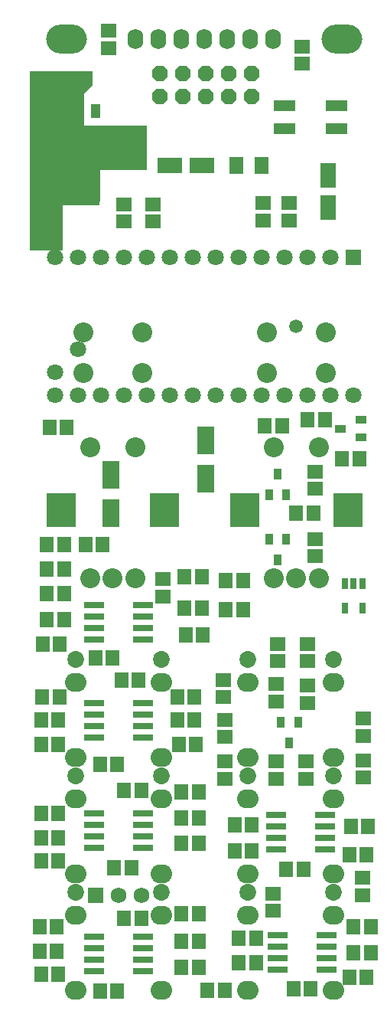
<source format=gts>
G04 DipTrace 4.1.3.1*
G04 uTemp1.2.GTS*
%MOIN*%
G04 #@! TF.FileFunction,Soldermask,Top*
G04 #@! TF.Part,Single*
%AMOUTLINE0*
4,1,4,
-0.019685,-0.031496,
0.019685,-0.031496,
0.019685,0.031496,
-0.019685,0.031496,
-0.019685,-0.031496,
0*%
%AMOUTLINE1*
4,1,4,
-0.106299,-0.122047,
0.106299,-0.122047,
0.106299,0.122047,
-0.106299,0.122047,
-0.106299,-0.122047,
0*%
%AMOUTLINE2*
4,1,8,
-0.034184,0.014159,
-0.014159,0.034184,
0.014159,0.034184,
0.034184,0.014159,
0.034184,-0.014159,
0.014159,-0.034184,
-0.014159,-0.034184,
-0.034184,-0.014159,
-0.034184,0.014159,
0*%
%AMOUTLINE3*
4,1,4,
-0.031496,-0.035492,
0.031496,-0.035492,
0.031496,0.035492,
-0.031496,0.035492,
-0.031496,-0.035492,
0*%
%ADD44C,0.059055*%
%ADD58O,0.177291X0.12611*%
%ADD62R,0.049339X0.033591*%
%ADD64R,0.031622X0.051307*%
%ADD66O,0.068X0.088*%
%ADD68R,0.08674X0.031622*%
%ADD70C,0.070992*%
%ADD72R,0.070992X0.070992*%
%ADD74R,0.033591X0.049339*%
%ADD76C,0.068*%
%ADD77R,0.068X0.068*%
%ADD79R,0.12611X0.145795*%
%ADD81C,0.08674*%
%ADD83R,0.094614X0.04737*%
%ADD85C,0.073*%
%ADD87O,0.093X0.083*%
%ADD89R,0.108394X0.070992*%
%ADD91R,0.067055X0.059181*%
%ADD93R,0.070992X0.108394*%
%ADD95R,0.059181X0.067055*%
%ADD97R,0.072961X0.120205*%
%ADD104OUTLINE0*%
%ADD105OUTLINE1*%
%ADD106OUTLINE2*%
%ADD107OUTLINE3*%
%FSLAX26Y26*%
G04*
G70*
G90*
G75*
G01*
G04 TopMask*
%LPD*%
D97*
X1173412Y2681589D3*
Y2846943D3*
X760912Y2696943D3*
Y2531589D3*
D95*
X535912Y1962839D3*
X461109D3*
X1160912Y2000339D3*
X1086109D3*
X1335716Y2237839D3*
X1260913D3*
X1523510Y981490D3*
X1598313D3*
D93*
X1704662Y3862839D3*
Y4000635D3*
D95*
X1642162Y2531589D3*
X1567359D3*
X1554662Y462839D3*
X1629465D3*
D91*
X985912Y2169089D3*
Y2243892D3*
D95*
X773413Y987839D3*
X848216D3*
X817162Y1325339D3*
X891965D3*
X817261Y768990D3*
X892064D3*
X1617263Y2937738D3*
X1692067D3*
X711010Y450241D3*
X785813D3*
X804761Y1806490D3*
X879564D3*
X711010Y1437741D3*
X785813D3*
X648609Y2394089D3*
X723412D3*
X766965Y1900339D3*
X692162D3*
D91*
X1860912Y1562839D3*
Y1637642D3*
D89*
X1017162Y4044089D3*
X1154958D3*
D91*
X1248510Y1731687D3*
Y1806490D3*
D95*
X1504664Y2912839D3*
X1429860D3*
D91*
X1535912Y3806589D3*
Y3881392D3*
X817162Y3800339D3*
Y3875142D3*
X1592118Y4562401D3*
Y4487598D3*
D95*
X567162Y2906589D3*
X492359D3*
D87*
X979682Y1794089D3*
Y1469089D3*
D85*
Y1894089D3*
D87*
X604643Y1794089D3*
Y1469089D3*
D85*
Y1894089D3*
D87*
X979682Y1287348D3*
Y962348D3*
D85*
Y1387348D3*
D87*
X604643Y1287348D3*
Y962348D3*
D85*
Y1387348D3*
D87*
X979682Y781089D3*
Y456089D3*
D85*
Y881089D3*
D87*
X604643Y781089D3*
Y456089D3*
D85*
Y881089D3*
D83*
X1742102Y4206188D3*
Y4306188D3*
X1517299D3*
Y4206188D3*
D81*
X1567194Y2248821D3*
X1665619D3*
X1468769D3*
X1665619Y2819687D3*
X1468769D3*
D79*
X1342784Y2544096D3*
X1791603D3*
D81*
X767194Y2248821D3*
X865619D3*
X668769D3*
X865619Y2819687D3*
X668769D3*
D79*
X542784Y2544096D3*
X991603D3*
D104*
X692196Y4281628D3*
X512669D3*
D105*
X602433Y3994226D3*
D77*
X692162Y869089D3*
D76*
X792162D3*
X892162D3*
D87*
X1729694Y1793596D3*
Y1468596D3*
D85*
Y1893596D3*
D87*
X1354694Y1793596D3*
Y1468596D3*
D85*
Y1893596D3*
D87*
X1729694Y1287347D3*
Y962347D3*
D85*
Y1387347D3*
D87*
X1354694Y1287347D3*
Y962347D3*
D85*
Y1387347D3*
D87*
X1729682Y781089D3*
Y456089D3*
D85*
Y881089D3*
D87*
X1354682Y781089D3*
Y456089D3*
D85*
Y881089D3*
D106*
X1373443Y4444096D3*
Y4344096D3*
X1273443Y4444096D3*
Y4344096D3*
X1173443Y4444096D3*
Y4344096D3*
X1073443Y4444096D3*
Y4344096D3*
X973443Y4444096D3*
Y4344096D3*
D74*
X1448412Y2612838D3*
X1523215D3*
X1485813Y2703389D3*
X1523412Y2419089D3*
X1448609D3*
X1486010Y2328537D3*
D95*
X1123216Y1731589D3*
X1048413D3*
X460913D3*
X535716D3*
X1048413Y1631589D3*
X1123216D3*
X1129465Y1525339D3*
X1054662D3*
X529662Y1631589D3*
X454859D3*
X454662Y1525339D3*
X529465D3*
X1142162Y1319090D3*
X1067359D3*
X1067162Y1206590D3*
X1141965D3*
Y1094089D3*
X1067162D3*
X454859Y1225339D3*
X529662D3*
X529465Y1119089D3*
X454662D3*
X529662Y1019089D3*
X454859D3*
D91*
X1617064Y1706687D3*
Y1781490D3*
X1617162Y1962642D3*
Y1887839D3*
X1479564Y1712938D3*
Y1787741D3*
X1485912Y1962642D3*
Y1887839D3*
X1648412Y2712839D3*
Y2638036D3*
Y2344285D3*
Y2419089D3*
D95*
X1142162Y787839D3*
X1067359D3*
Y669089D3*
X1142162D3*
D91*
X1854662Y869089D3*
Y943892D3*
D95*
X1873216Y1044089D3*
X1798413D3*
X1804761Y1168990D3*
X1879564D3*
D91*
X1860912Y1456589D3*
Y1381785D3*
X1467162Y800339D3*
Y875142D3*
D95*
X1298510Y1062741D3*
X1373313D3*
Y1175241D3*
X1298510D3*
D91*
X1479662Y1450338D3*
Y1375535D3*
D95*
X1798413Y512839D3*
X1873216D3*
X1892162Y619089D3*
X1817359D3*
X1817162Y731589D3*
X1891965D3*
D91*
X1610912Y1450338D3*
Y1375535D3*
D95*
X1254662Y456589D3*
X1179859D3*
X1317259Y575241D3*
X1392063D3*
Y681490D3*
X1317259D3*
D91*
X1254662Y1450338D3*
Y1375535D3*
Y1631589D3*
Y1556785D3*
X1423412Y3806589D3*
Y3881392D3*
X942162Y3800339D3*
Y3875142D3*
X748412Y4556589D3*
Y4631392D3*
D95*
X1142064Y556490D3*
X1067261D3*
X448413Y731589D3*
X523216D3*
Y625339D3*
X448413D3*
X454662Y525339D3*
X529465D3*
X479859Y2394089D3*
X554662D3*
Y2287839D3*
X479859D3*
X554662Y2181589D3*
X479859D3*
X479662Y2069089D3*
X554465D3*
X1154564Y2118990D3*
X1079761D3*
X1154662Y2256589D3*
X1079859D3*
X1260913Y2112839D3*
X1335716D3*
D107*
X1417162Y4044089D3*
X1305194D3*
D72*
X1817162Y3644089D3*
D70*
X1717162D3*
X1617162D3*
X1517162D3*
X1417162D3*
X1317162D3*
X1217162D3*
X1117162D3*
X1017162D3*
X917162D3*
X817162D3*
X717162D3*
X617162D3*
X517162D3*
Y3144089D3*
Y3044089D3*
X617162D3*
X717162D3*
X817162D3*
X917162D3*
X1017162D3*
X1117162D3*
X1217162D3*
X1317162D3*
X1417162D3*
X1517162D3*
X1617162D3*
X1717162D3*
X1817162D3*
X617162Y3244089D3*
D68*
X898511Y1556589D3*
Y1606589D3*
Y1656589D3*
Y1706589D3*
X685913D3*
Y1656589D3*
Y1606589D3*
Y1556589D3*
X898510Y1075339D3*
Y1125339D3*
Y1175339D3*
Y1225339D3*
X685912D3*
Y1175339D3*
Y1125339D3*
Y1075339D3*
X1692211Y1069138D3*
Y1119138D3*
Y1169138D3*
Y1219138D3*
X1479612D3*
Y1169138D3*
Y1119138D3*
Y1069138D3*
D74*
X1574839Y1620712D3*
X1500036D3*
X1537438Y1530161D3*
D68*
X898511Y537839D3*
Y587839D3*
Y637839D3*
Y687839D3*
X685913D3*
Y637839D3*
Y587839D3*
Y537839D3*
D81*
X1439241Y3141144D3*
Y3318309D3*
X1695147D3*
Y3141144D3*
X895147Y3318309D3*
Y3141144D3*
X639241D3*
Y3318309D3*
D68*
X1698462Y544138D3*
Y594138D3*
Y644138D3*
Y694138D3*
X1485863D3*
Y644138D3*
Y594138D3*
Y544138D3*
D66*
X1467131Y4593656D3*
X1367131D3*
X1267131D3*
X1167131D3*
X1067131D3*
X967131D3*
X867131D3*
D68*
X685913Y2131589D3*
Y2081589D3*
Y2031589D3*
Y1981589D3*
X898511D3*
Y2031589D3*
Y2081589D3*
Y2131589D3*
D64*
X1854662Y2225338D3*
X1817261D3*
X1779859D3*
Y2119039D3*
X1854662D3*
D95*
X1767194Y2768745D3*
X1841997D3*
D62*
X1848341Y2862579D3*
Y2937383D3*
X1757790Y2899981D3*
D44*
X1567120Y3344089D3*
D58*
X567162Y4594089D3*
X1767162D3*
G36*
X404742Y3674994D2*
X548477D1*
Y3887472D1*
X710960D1*
Y4024957D1*
X917189D1*
Y4218687D1*
X642217D1*
Y4356173D1*
X679714Y4393669D1*
Y4456162D1*
X404742D1*
D1*
Y3674994D1*
G37*
M02*

</source>
